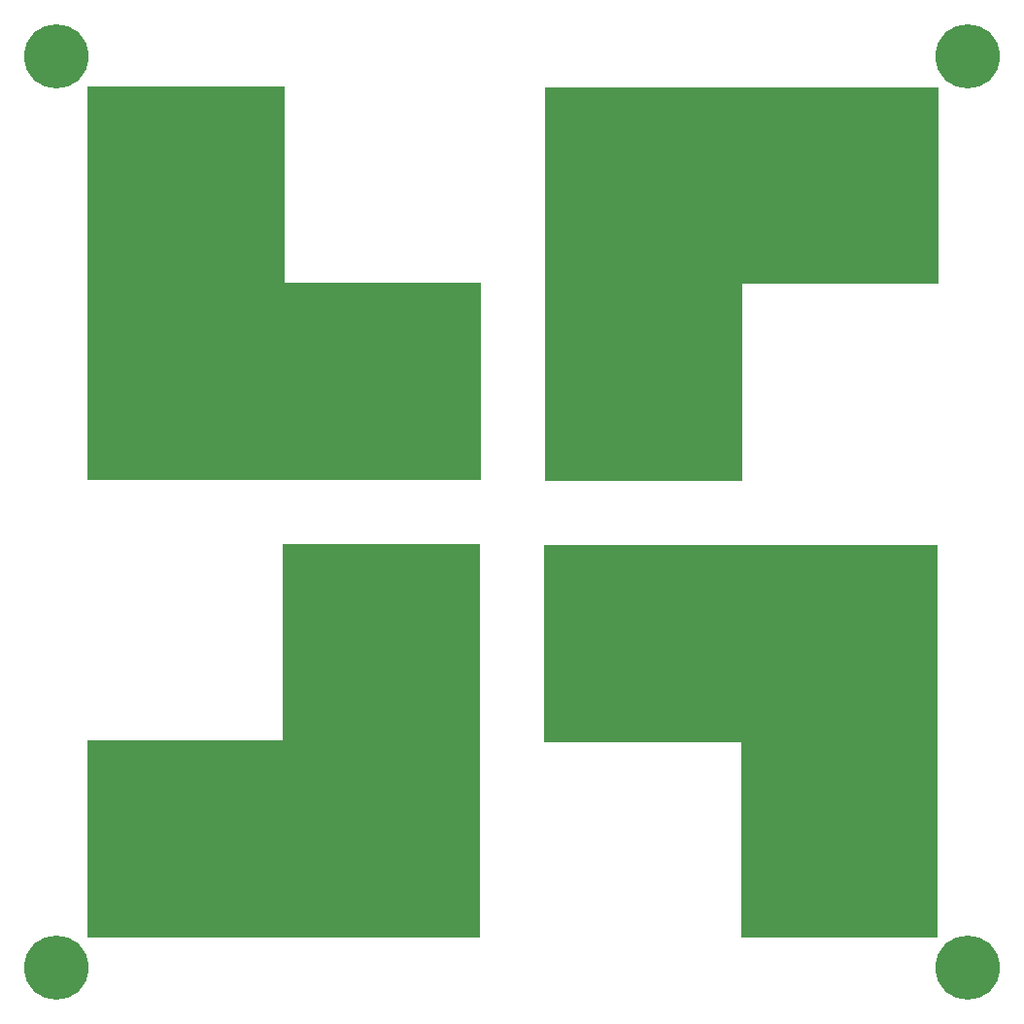
<source format=gtl>
%MOIN*%
%OFA0B0*%
%FSLAX46Y46*%
%IPPOS*%
%LPD*%
%ADD10C,0.00039370078740157485*%
%ADD11C,0.22047244094488189*%
%ADD22C,0.00039370078740157485*%
%ADD23C,0.22047244094488189*%
%ADD24C,0.00039370078740157485*%
%ADD25C,0.22047244094488189*%
%ADD26C,0.00039370078740157485*%
%ADD27C,0.22047244094488189*%
D10*
G36*
X0000847964Y0003427280D02*
G01*
X0001183839Y0003427268D01*
X0001183839Y0002755541D01*
X0001520889Y0002755529D01*
X0001857939Y0002755517D01*
X0001857939Y0002081414D01*
X0000512077Y0002081427D01*
X0000512084Y0002754360D01*
X0000512090Y0003427293D01*
X0000847964Y0003427280D01*
G37*
X0000847964Y0003427280D02*
X0001183839Y0003427268D01*
X0001183839Y0002755541D01*
X0001520889Y0002755529D01*
X0001857939Y0002755517D01*
X0001857939Y0002081414D01*
X0000512077Y0002081427D01*
X0000512084Y0002754360D01*
X0000512090Y0003427293D01*
X0000847964Y0003427280D01*
D11*
X0000404839Y0003532168D03*
G04 next file*
G04 #@! TF.GenerationSoftware,KiCad,Pcbnew,(5.1.5)-3*
G04 #@! TF.CreationDate,2019-12-21T12:13:30-08:00*
G04 #@! TF.ProjectId,mole-diamond-keychain,6d6f6c65-2d64-4696-916d-6f6e642d6b65,A*
G04 #@! TF.SameCoordinates,Original*
G04 #@! TF.FileFunction,Copper,L1,Top*
G04 #@! TF.FilePolarity,Positive*
G04 Gerber Fmt 4.6, Leading zero omitted, Abs format (unit mm)*
G04 Created by KiCad (PCBNEW (5.1.5)-3) date 2019-12-21 12:13:30*
G04 APERTURE LIST*
G04 APERTURE END LIST*
D22*
G36*
X0000509726Y0000847964D02*
G01*
X0000509739Y0001183839D01*
X0001181466Y0001183839D01*
X0001181478Y0001520889D01*
X0001181490Y0001857939D01*
X0001855593Y0001857939D01*
X0001855580Y0000512077D01*
X0001182647Y0000512084D01*
X0000509714Y0000512090D01*
X0000509726Y0000847964D01*
G37*
X0000509726Y0000847964D02*
X0000509739Y0001183839D01*
X0001181466Y0001183839D01*
X0001181478Y0001520889D01*
X0001181490Y0001857939D01*
X0001855593Y0001857939D01*
X0001855580Y0000512077D01*
X0001182647Y0000512084D01*
X0000509714Y0000512090D01*
X0000509726Y0000847964D01*
D23*
X0000404839Y0000404839D03*
G04 next file*
G04 #@! TF.GenerationSoftware,KiCad,Pcbnew,(5.1.5)-3*
G04 #@! TF.CreationDate,2019-12-21T12:13:30-08:00*
G04 #@! TF.ProjectId,mole-diamond-keychain,6d6f6c65-2d64-4696-916d-6f6e642d6b65,A*
G04 #@! TF.SameCoordinates,Original*
G04 #@! TF.FileFunction,Copper,L1,Top*
G04 #@! TF.FilePolarity,Positive*
G04 Gerber Fmt 4.6, Leading zero omitted, Abs format (unit mm)*
G04 Created by KiCad (PCBNEW (5.1.5)-3) date 2019-12-21 12:13:30*
G04 APERTURE LIST*
G04 APERTURE END LIST*
D24*
G36*
X0003089042Y0000509726D02*
G01*
X0002753168Y0000509739D01*
X0002753168Y0001181466D01*
X0002416118Y0001181478D01*
X0002079068Y0001181490D01*
X0002079068Y0001855593D01*
X0003424929Y0001855580D01*
X0003424923Y0001182647D01*
X0003424917Y0000509714D01*
X0003089042Y0000509726D01*
G37*
X0003089042Y0000509726D02*
X0002753168Y0000509739D01*
X0002753168Y0001181466D01*
X0002416118Y0001181478D01*
X0002079068Y0001181490D01*
X0002079068Y0001855593D01*
X0003424929Y0001855580D01*
X0003424923Y0001182647D01*
X0003424917Y0000509714D01*
X0003089042Y0000509726D01*
D25*
X0003532168Y0000404839D03*
G04 next file*
G04 #@! TF.GenerationSoftware,KiCad,Pcbnew,(5.1.5)-3*
G04 #@! TF.CreationDate,2019-12-21T12:13:30-08:00*
G04 #@! TF.ProjectId,mole-diamond-keychain,6d6f6c65-2d64-4696-916d-6f6e642d6b65,A*
G04 #@! TF.SameCoordinates,Original*
G04 #@! TF.FileFunction,Copper,L1,Top*
G04 #@! TF.FilePolarity,Positive*
G04 Gerber Fmt 4.6, Leading zero omitted, Abs format (unit mm)*
G04 Created by KiCad (PCBNEW (5.1.5)-3) date 2019-12-21 12:13:30*
G04 APERTURE LIST*
G04 APERTURE END LIST*
D26*
G36*
X0003427280Y0003089042D02*
G01*
X0003427268Y0002753168D01*
X0002755541Y0002753168D01*
X0002755529Y0002416118D01*
X0002755517Y0002079068D01*
X0002081414Y0002079068D01*
X0002081427Y0003424929D01*
X0002754360Y0003424923D01*
X0003427293Y0003424917D01*
X0003427280Y0003089042D01*
G37*
X0003427280Y0003089042D02*
X0003427268Y0002753168D01*
X0002755541Y0002753168D01*
X0002755529Y0002416118D01*
X0002755517Y0002079068D01*
X0002081414Y0002079068D01*
X0002081427Y0003424929D01*
X0002754360Y0003424923D01*
X0003427293Y0003424917D01*
X0003427280Y0003089042D01*
D27*
X0003532168Y0003532168D03*
M02*
</source>
